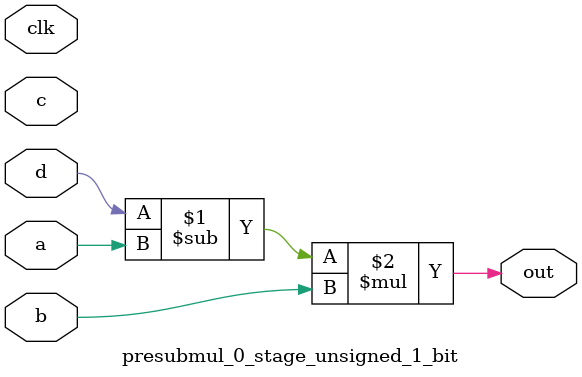
<source format=sv>
(* use_dsp = "yes" *) module presubmul_0_stage_unsigned_1_bit(
	input  [0:0] a,
	input  [0:0] b,
	input  [0:0] c,
	input  [0:0] d,
	output [0:0] out,
	input clk);

	assign out = (d - a) * b;
endmodule

</source>
